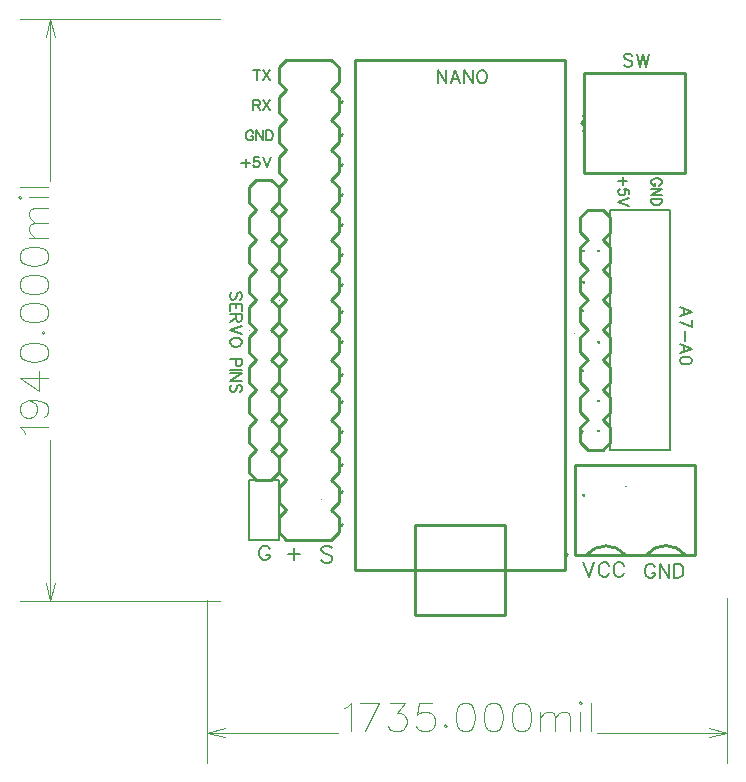
<source format=gto>
G04 Layer: TopSilkLayer*
G04 EasyEDA v6.3.22, 2020-01-09T12:31:20+05:30*
G04 bd4f618bde3a4eb5865f35d396bc4457,11778fa6cc0c40cc9ad434e143376f4a,10*
G04 Gerber Generator version 0.2*
G04 Scale: 100 percent, Rotated: No, Reflected: No *
G04 Dimensions in inches *
G04 leading zeros omitted , absolute positions ,2 integer and 4 decimal *
%FSLAX24Y24*%
%MOIN*%
G90*
G70D02*

%ADD10C,0.010000*%
%ADD21C,0.008000*%
%ADD22C,0.007992*%
%ADD23C,0.005000*%
%ADD24C,0.006000*%
%ADD25C,0.004000*%
%ADD26C,0.000100*%

%LPD*%
G54D10*
G01X1650Y14050D02*
G01X2150Y14050D01*
G01X1650Y5050D02*
G01X1400Y4800D01*
G01X1400Y4300D01*
G01X1650Y4050D01*
G01X2150Y5050D02*
G01X2400Y4800D01*
G01X2400Y4300D01*
G01X2150Y4050D01*
G01X1650Y4050D02*
G01X2150Y4050D01*
G01X1650Y14050D02*
G01X1400Y13800D01*
G01X1400Y13300D01*
G01X1650Y13050D01*
G01X2150Y14050D02*
G01X2400Y13800D01*
G01X2400Y13300D01*
G01X2150Y13050D01*
G01X1650Y13050D02*
G01X1400Y12800D01*
G01X1400Y12300D01*
G01X1650Y12050D01*
G01X2150Y13050D02*
G01X2400Y12800D01*
G01X2400Y12300D01*
G01X2150Y12050D01*
G01X1650Y12050D02*
G01X1400Y11800D01*
G01X1400Y11300D01*
G01X1650Y11050D01*
G01X2150Y12050D02*
G01X2400Y11800D01*
G01X2400Y11300D01*
G01X2150Y11050D01*
G01X1650Y11050D02*
G01X1400Y10800D01*
G01X1400Y10300D01*
G01X1650Y10050D01*
G01X2150Y11050D02*
G01X2400Y10800D01*
G01X2400Y10300D01*
G01X2150Y10050D01*
G01X1650Y10050D02*
G01X1400Y9800D01*
G01X1400Y9300D01*
G01X1650Y9050D01*
G01X2150Y10050D02*
G01X2400Y9800D01*
G01X2400Y9300D01*
G01X2150Y9050D01*
G01X1650Y9050D02*
G01X1400Y8800D01*
G01X1400Y8300D01*
G01X1650Y8050D01*
G01X2150Y9050D02*
G01X2400Y8800D01*
G01X2400Y8300D01*
G01X2150Y8050D01*
G01X1650Y8050D02*
G01X1400Y7800D01*
G01X1400Y7300D01*
G01X1650Y7050D01*
G01X2150Y8050D02*
G01X2400Y7800D01*
G01X2400Y7300D01*
G01X2150Y7050D01*
G01X1650Y7050D02*
G01X1400Y6800D01*
G01X1400Y6300D01*
G01X1650Y6050D01*
G01X2150Y7050D02*
G01X2400Y6800D01*
G01X2400Y6300D01*
G01X2150Y6050D01*
G01X1650Y6050D02*
G01X1400Y5800D01*
G01X1400Y5300D01*
G01X1650Y5050D01*
G01X2150Y6050D02*
G01X2400Y5800D01*
G01X2400Y5300D01*
G01X2150Y5050D01*
G01X12576Y17623D02*
G01X15923Y17623D01*
G01X15923Y14276D01*
G01X12576Y14276D01*
G01X12576Y17623D01*
G01X12700Y13049D02*
G01X13200Y13049D01*
G01X13200Y6050D02*
G01X13450Y5800D01*
G01X13450Y5300D01*
G01X13200Y5050D01*
G01X12700Y5050D02*
G01X13200Y5050D01*
G01X12700Y13050D02*
G01X12450Y12800D01*
G01X12450Y12300D01*
G01X12700Y12050D01*
G01X13200Y13050D02*
G01X13450Y12800D01*
G01X13450Y12300D01*
G01X13200Y12050D01*
G01X12700Y12050D02*
G01X12450Y11800D01*
G01X12450Y11300D01*
G01X12700Y11050D01*
G01X13200Y12050D02*
G01X13450Y11800D01*
G01X13450Y11300D01*
G01X13200Y11050D01*
G01X12700Y11050D02*
G01X12450Y10800D01*
G01X12450Y10300D01*
G01X12700Y10050D01*
G01X13200Y11050D02*
G01X13450Y10800D01*
G01X13450Y10300D01*
G01X13200Y10050D01*
G01X12700Y10050D02*
G01X12450Y9800D01*
G01X12450Y9300D01*
G01X12700Y9050D01*
G01X13200Y10050D02*
G01X13450Y9800D01*
G01X13450Y9300D01*
G01X13200Y9050D01*
G01X12700Y9050D02*
G01X12450Y8800D01*
G01X12450Y8300D01*
G01X12700Y8050D01*
G01X13200Y9050D02*
G01X13450Y8800D01*
G01X13450Y8300D01*
G01X13200Y8050D01*
G01X12700Y8050D02*
G01X12450Y7800D01*
G01X12450Y7300D01*
G01X12700Y7050D01*
G01X13200Y8050D02*
G01X13450Y7800D01*
G01X13450Y7300D01*
G01X13200Y7050D01*
G01X12700Y7050D02*
G01X12450Y6800D01*
G01X12450Y6300D01*
G01X12700Y6050D01*
G01X13200Y7050D02*
G01X13450Y6800D01*
G01X13450Y6300D01*
G01X13200Y6050D01*
G01X12700Y6050D02*
G01X12450Y5800D01*
G01X12450Y5300D01*
G01X12700Y5050D01*
G54D21*
G01X1400Y4050D02*
G01X2400Y4050D01*
G01X2400Y2050D01*
G01X1400Y2050D01*
G01X1400Y2800D01*
G54D22*
G01X1400Y4050D02*
G01X1400Y2800D01*
G54D10*
G01X12265Y4550D02*
G01X12265Y1550D01*
G01X12265Y1550D01*
G01X12265Y4550D02*
G01X16265Y4550D01*
G01X12265Y1550D02*
G01X16265Y1550D01*
G01X16265Y4550D02*
G01X16265Y1550D01*
G01X4950Y1050D02*
G01X11950Y1050D01*
G01X11950Y1050D02*
G01X11950Y18050D01*
G01X11950Y18050D02*
G01X4950Y18050D01*
G01X4950Y18050D02*
G01X4950Y1050D01*
G01X6950Y2550D02*
G01X6950Y-450D01*
G01X9950Y-450D01*
G01X9950Y2550D01*
G01X6950Y2550D01*
G54D21*
G01X13450Y13050D02*
G01X13450Y5050D01*
G01X15450Y5050D01*
G01X15450Y13050D01*
G01X13450Y13050D01*
G54D10*
G01X4150Y17050D02*
G01X4400Y17300D01*
G01X4400Y17800D01*
G01X4150Y18050D01*
G01X2650Y18050D02*
G01X4150Y18050D01*
G01X2650Y2050D02*
G01X4150Y2050D01*
G01X2650Y2050D02*
G01X2400Y2300D01*
G01X2400Y2800D01*
G01X2650Y3050D01*
G01X4150Y2050D02*
G01X4400Y2300D01*
G01X4400Y2800D01*
G01X4150Y3050D01*
G01X2650Y3050D02*
G01X2400Y3300D01*
G01X2400Y3800D01*
G01X2650Y4050D01*
G01X4150Y3050D02*
G01X4400Y3300D01*
G01X4400Y3800D01*
G01X4150Y4050D01*
G01X2650Y4050D02*
G01X2400Y4300D01*
G01X2400Y4800D01*
G01X2650Y5050D01*
G01X4150Y4050D02*
G01X4400Y4300D01*
G01X4400Y4800D01*
G01X4150Y5050D01*
G01X2650Y5050D02*
G01X2400Y5300D01*
G01X2400Y5800D01*
G01X2650Y6050D01*
G01X4150Y5050D02*
G01X4400Y5300D01*
G01X4400Y5800D01*
G01X4150Y6050D01*
G01X2650Y6050D02*
G01X2400Y6300D01*
G01X2400Y6800D01*
G01X2650Y7050D01*
G01X4150Y6050D02*
G01X4400Y6300D01*
G01X4400Y6800D01*
G01X4150Y7050D01*
G01X2650Y7050D02*
G01X2400Y7300D01*
G01X2400Y7800D01*
G01X2650Y8050D01*
G01X4150Y7050D02*
G01X4400Y7300D01*
G01X4400Y7800D01*
G01X4150Y8050D01*
G01X2650Y8050D02*
G01X2400Y8300D01*
G01X2400Y8800D01*
G01X2650Y9050D01*
G01X4150Y8050D02*
G01X4400Y8300D01*
G01X4400Y8800D01*
G01X4150Y9050D01*
G01X2650Y9050D02*
G01X2400Y9300D01*
G01X2400Y9800D01*
G01X2650Y10050D01*
G01X4150Y9050D02*
G01X4400Y9300D01*
G01X4400Y9800D01*
G01X4150Y10050D01*
G01X2650Y10050D02*
G01X2400Y10300D01*
G01X2400Y10800D01*
G01X2650Y11050D01*
G01X4150Y10050D02*
G01X4400Y10300D01*
G01X4400Y10800D01*
G01X4150Y11050D01*
G01X2650Y11050D02*
G01X2400Y11300D01*
G01X2400Y11800D01*
G01X2650Y12050D01*
G01X4150Y11050D02*
G01X4400Y11300D01*
G01X4400Y11800D01*
G01X4150Y12050D01*
G01X2650Y12050D02*
G01X2400Y12300D01*
G01X2400Y12800D01*
G01X2650Y13050D01*
G01X4150Y12050D02*
G01X4400Y12300D01*
G01X4400Y12800D01*
G01X4150Y13050D01*
G01X2650Y13050D02*
G01X2400Y13300D01*
G01X2400Y13800D01*
G01X2650Y14050D01*
G01X4150Y13050D02*
G01X4400Y13300D01*
G01X4400Y13800D01*
G01X4150Y14050D01*
G01X2650Y14050D02*
G01X2400Y14300D01*
G01X2400Y14800D01*
G01X2650Y15050D01*
G01X4150Y14050D02*
G01X4400Y14300D01*
G01X4400Y14800D01*
G01X4150Y15050D01*
G01X2650Y15050D02*
G01X2400Y15300D01*
G01X2400Y15800D01*
G01X2650Y16050D01*
G01X4150Y15050D02*
G01X4400Y15300D01*
G01X4400Y15800D01*
G01X4150Y16050D01*
G01X2650Y16050D02*
G01X2400Y16300D01*
G01X2400Y16800D01*
G01X2650Y17050D01*
G01X4150Y16050D02*
G01X4400Y16300D01*
G01X4400Y16800D01*
G01X4150Y17050D01*
G01X2650Y17050D02*
G01X2400Y17300D01*
G01X2400Y17800D01*
G01X2650Y18050D01*
G54D23*
G01X16153Y9655D02*
G01X15772Y9800D01*
G01X16153Y9655D02*
G01X15772Y9509D01*
G01X15898Y9744D02*
G01X15898Y9563D01*
G01X16153Y9134D02*
G01X15772Y9315D01*
G01X16153Y9388D02*
G01X16153Y9134D01*
G01X15935Y9015D02*
G01X15935Y8686D01*
G01X16153Y8421D02*
G01X15772Y8567D01*
G01X16153Y8421D02*
G01X15772Y8276D01*
G01X15898Y8513D02*
G01X15898Y8330D01*
G01X16153Y8046D02*
G01X16135Y8101D01*
G01X16081Y8138D01*
G01X15989Y8155D01*
G01X15935Y8155D01*
G01X15844Y8138D01*
G01X15789Y8101D01*
G01X15772Y8046D01*
G01X15772Y8011D01*
G01X15789Y7955D01*
G01X15844Y7919D01*
G01X15935Y7901D01*
G01X15989Y7901D01*
G01X16081Y7919D01*
G01X16135Y7955D01*
G01X16153Y8011D01*
G01X16153Y8046D01*
G54D24*
G01X14005Y14007D02*
G01X13718Y14007D01*
G01X13861Y14150D02*
G01X13861Y13863D01*
G01X14052Y13567D02*
G01X14052Y13726D01*
G01X13910Y13742D01*
G01X13926Y13726D01*
G01X13942Y13678D01*
G01X13942Y13630D01*
G01X13926Y13584D01*
G01X13893Y13551D01*
G01X13846Y13536D01*
G01X13814Y13536D01*
G01X13767Y13551D01*
G01X13735Y13584D01*
G01X13718Y13630D01*
G01X13718Y13678D01*
G01X13735Y13726D01*
G01X13751Y13742D01*
G01X13782Y13759D01*
G01X14052Y13430D02*
G01X13718Y13303D01*
G01X14052Y13176D02*
G01X13718Y13303D01*
G01X15073Y13861D02*
G01X15105Y13876D01*
G01X15136Y13909D01*
G01X15152Y13940D01*
G01X15152Y14005D01*
G01X15136Y14036D01*
G01X15105Y14067D01*
G01X15073Y14084D01*
G01X15026Y14100D01*
G01X14946Y14100D01*
G01X14898Y14084D01*
G01X14867Y14067D01*
G01X14835Y14036D01*
G01X14818Y14005D01*
G01X14818Y13940D01*
G01X14835Y13909D01*
G01X14867Y13876D01*
G01X14898Y13861D01*
G01X14946Y13861D01*
G01X14946Y13940D02*
G01X14946Y13861D01*
G01X15152Y13755D02*
G01X14818Y13755D01*
G01X15152Y13755D02*
G01X14818Y13534D01*
G01X15152Y13534D02*
G01X14818Y13534D01*
G01X15152Y13428D02*
G01X14818Y13428D01*
G01X15152Y13428D02*
G01X15152Y13317D01*
G01X15136Y13269D01*
G01X15105Y13238D01*
G01X15073Y13221D01*
G01X15026Y13205D01*
G01X14946Y13205D01*
G01X14898Y13221D01*
G01X14867Y13238D01*
G01X14835Y13269D01*
G01X14818Y13317D01*
G01X14818Y13428D01*
G01X14940Y1140D02*
G01X14918Y1186D01*
G01X14872Y1232D01*
G01X14827Y1255D01*
G01X14735Y1255D01*
G01X14690Y1232D01*
G01X14644Y1186D01*
G01X14622Y1140D01*
G01X14600Y1073D01*
G01X14600Y959D01*
G01X14622Y890D01*
G01X14644Y844D01*
G01X14690Y800D01*
G01X14735Y776D01*
G01X14827Y776D01*
G01X14872Y800D01*
G01X14918Y844D01*
G01X14940Y890D01*
G01X14940Y959D01*
G01X14827Y959D02*
G01X14940Y959D01*
G01X15090Y1255D02*
G01X15090Y776D01*
G01X15090Y1255D02*
G01X15409Y776D01*
G01X15409Y1255D02*
G01X15409Y776D01*
G01X15559Y1255D02*
G01X15559Y776D01*
G01X15559Y1255D02*
G01X15718Y1255D01*
G01X15785Y1232D01*
G01X15831Y1186D01*
G01X15855Y1140D01*
G01X15877Y1073D01*
G01X15877Y959D01*
G01X15855Y890D01*
G01X15831Y844D01*
G01X15785Y800D01*
G01X15718Y776D01*
G01X15559Y776D01*
G01X12550Y1305D02*
G01X12731Y826D01*
G01X12914Y1305D02*
G01X12731Y826D01*
G01X13405Y1190D02*
G01X13381Y1236D01*
G01X13335Y1282D01*
G01X13290Y1305D01*
G01X13200Y1305D01*
G01X13155Y1282D01*
G01X13109Y1236D01*
G01X13085Y1190D01*
G01X13064Y1123D01*
G01X13064Y1009D01*
G01X13085Y940D01*
G01X13109Y894D01*
G01X13155Y850D01*
G01X13200Y826D01*
G01X13290Y826D01*
G01X13335Y850D01*
G01X13381Y894D01*
G01X13405Y940D01*
G01X13894Y1190D02*
G01X13872Y1236D01*
G01X13827Y1282D01*
G01X13781Y1305D01*
G01X13690Y1305D01*
G01X13644Y1282D01*
G01X13600Y1236D01*
G01X13577Y1190D01*
G01X13555Y1123D01*
G01X13555Y1009D01*
G01X13577Y940D01*
G01X13600Y894D01*
G01X13644Y850D01*
G01X13690Y826D01*
G01X13781Y826D01*
G01X13827Y850D01*
G01X13872Y894D01*
G01X13894Y940D01*
G01X4181Y1773D02*
G01X4127Y1828D01*
G01X4044Y1855D01*
G01X3935Y1855D01*
G01X3855Y1828D01*
G01X3800Y1773D01*
G01X3800Y1719D01*
G01X3827Y1665D01*
G01X3855Y1636D01*
G01X3909Y1609D01*
G01X4072Y1555D01*
G01X4127Y1528D01*
G01X4155Y1501D01*
G01X4181Y1446D01*
G01X4181Y1365D01*
G01X4127Y1309D01*
G01X4044Y1282D01*
G01X3935Y1282D01*
G01X3855Y1309D01*
G01X3800Y1365D01*
G01X2905Y1786D02*
G01X2905Y1376D01*
G01X2700Y1582D02*
G01X3109Y1582D01*
G01X2090Y1740D02*
G01X2068Y1786D01*
G01X2022Y1832D01*
G01X1977Y1855D01*
G01X1885Y1855D01*
G01X1840Y1832D01*
G01X1794Y1786D01*
G01X1772Y1740D01*
G01X1750Y1673D01*
G01X1750Y1559D01*
G01X1772Y1490D01*
G01X1794Y1444D01*
G01X1840Y1400D01*
G01X1885Y1376D01*
G01X1977Y1376D01*
G01X2022Y1400D01*
G01X2068Y1444D01*
G01X2090Y1490D01*
G01X2090Y1559D01*
G01X1977Y1559D02*
G01X2090Y1559D01*
G01X1660Y17703D02*
G01X1660Y17369D01*
G01X1550Y17703D02*
G01X1772Y17703D01*
G01X1877Y17703D02*
G01X2100Y17369D01*
G01X2100Y17703D02*
G01X1877Y17369D01*
G01X1550Y16703D02*
G01X1550Y16369D01*
G01X1550Y16703D02*
G01X1693Y16703D01*
G01X1740Y16686D01*
G01X1756Y16671D01*
G01X1772Y16640D01*
G01X1772Y16607D01*
G01X1756Y16576D01*
G01X1740Y16559D01*
G01X1693Y16544D01*
G01X1550Y16544D01*
G01X1660Y16544D02*
G01X1772Y16369D01*
G01X1877Y16703D02*
G01X2100Y16369D01*
G01X2100Y16703D02*
G01X1877Y16369D01*
G54D23*
G01X1539Y15623D02*
G01X1522Y15655D01*
G01X1490Y15686D01*
G01X1459Y15703D01*
G01X1394Y15703D01*
G01X1364Y15686D01*
G01X1331Y15655D01*
G01X1315Y15623D01*
G01X1300Y15576D01*
G01X1300Y15496D01*
G01X1315Y15448D01*
G01X1331Y15417D01*
G01X1364Y15384D01*
G01X1394Y15369D01*
G01X1459Y15369D01*
G01X1490Y15384D01*
G01X1522Y15417D01*
G01X1539Y15448D01*
G01X1539Y15496D01*
G01X1459Y15496D02*
G01X1539Y15496D01*
G01X1643Y15703D02*
G01X1643Y15369D01*
G01X1643Y15703D02*
G01X1865Y15369D01*
G01X1865Y15703D02*
G01X1865Y15369D01*
G01X1971Y15703D02*
G01X1971Y15369D01*
G01X1971Y15703D02*
G01X2082Y15703D01*
G01X2130Y15686D01*
G01X2161Y15655D01*
G01X2177Y15623D01*
G01X2193Y15576D01*
G01X2193Y15496D01*
G01X2177Y15448D01*
G01X2161Y15417D01*
G01X2130Y15384D01*
G01X2082Y15369D01*
G01X1971Y15369D01*
G01X1293Y14755D02*
G01X1293Y14469D01*
G01X1150Y14611D02*
G01X1435Y14611D01*
G01X1731Y14803D02*
G01X1572Y14803D01*
G01X1556Y14659D01*
G01X1572Y14676D01*
G01X1621Y14692D01*
G01X1668Y14692D01*
G01X1715Y14676D01*
G01X1747Y14644D01*
G01X1764Y14596D01*
G01X1764Y14565D01*
G01X1747Y14517D01*
G01X1715Y14484D01*
G01X1668Y14469D01*
G01X1621Y14469D01*
G01X1572Y14484D01*
G01X1556Y14501D01*
G01X1540Y14532D01*
G01X1868Y14803D02*
G01X1996Y14469D01*
G01X2123Y14803D02*
G01X1996Y14469D01*
G01X1098Y10044D02*
G01X1135Y10082D01*
G01X1153Y10136D01*
G01X1153Y10209D01*
G01X1135Y10263D01*
G01X1098Y10300D01*
G01X1063Y10300D01*
G01X1026Y10282D01*
G01X1007Y10263D01*
G01X989Y10226D01*
G01X953Y10117D01*
G01X935Y10082D01*
G01X917Y10063D01*
G01X881Y10044D01*
G01X826Y10044D01*
G01X789Y10082D01*
G01X772Y10136D01*
G01X772Y10209D01*
G01X789Y10263D01*
G01X826Y10300D01*
G01X1153Y9925D02*
G01X772Y9925D01*
G01X1153Y9925D02*
G01X1153Y9688D01*
G01X972Y9925D02*
G01X972Y9780D01*
G01X772Y9925D02*
G01X772Y9688D01*
G01X1153Y9569D02*
G01X772Y9569D01*
G01X1153Y9569D02*
G01X1153Y9405D01*
G01X1135Y9351D01*
G01X1117Y9332D01*
G01X1081Y9315D01*
G01X1044Y9315D01*
G01X1007Y9332D01*
G01X989Y9351D01*
G01X972Y9405D01*
G01X972Y9569D01*
G01X972Y9442D02*
G01X772Y9315D01*
G01X1153Y9194D02*
G01X772Y9048D01*
G01X1153Y8903D02*
G01X772Y9048D01*
G01X1153Y8675D02*
G01X1135Y8711D01*
G01X1098Y8746D01*
G01X1063Y8765D01*
G01X1007Y8784D01*
G01X917Y8784D01*
G01X863Y8765D01*
G01X826Y8746D01*
G01X789Y8711D01*
G01X772Y8675D01*
G01X772Y8601D01*
G01X789Y8565D01*
G01X826Y8528D01*
G01X863Y8511D01*
G01X917Y8492D01*
G01X1007Y8492D01*
G01X1063Y8511D01*
G01X1098Y8528D01*
G01X1135Y8565D01*
G01X1153Y8601D01*
G01X1153Y8675D01*
G01X1153Y8092D02*
G01X772Y8092D01*
G01X1153Y8092D02*
G01X1153Y7928D01*
G01X1135Y7875D01*
G01X1117Y7855D01*
G01X1081Y7838D01*
G01X1026Y7838D01*
G01X989Y7855D01*
G01X972Y7875D01*
G01X953Y7928D01*
G01X953Y8092D01*
G01X1153Y7717D02*
G01X772Y7717D01*
G01X1153Y7598D02*
G01X772Y7598D01*
G01X1153Y7598D02*
G01X772Y7344D01*
G01X1153Y7344D02*
G01X772Y7344D01*
G01X1098Y6969D02*
G01X1135Y7005D01*
G01X1153Y7059D01*
G01X1153Y7132D01*
G01X1135Y7186D01*
G01X1098Y7223D01*
G01X1063Y7223D01*
G01X1026Y7205D01*
G01X1007Y7186D01*
G01X989Y7151D01*
G01X953Y7042D01*
G01X935Y7005D01*
G01X917Y6986D01*
G01X881Y6969D01*
G01X826Y6969D01*
G01X789Y7005D01*
G01X772Y7059D01*
G01X772Y7132D01*
G01X789Y7186D01*
G01X826Y7223D01*
G54D25*
G01X0Y-4380D02*
G01X4361Y-4380D01*
G01X12988Y-4380D02*
G01X17350Y-4380D01*
G01X600Y-4530D02*
G01X0Y-4380D01*
G01X600Y-4230D01*
G01X16750Y-4530D02*
G01X17350Y-4380D01*
G01X16750Y-4230D01*
G01X4560Y-3553D02*
G01X4652Y-3507D01*
G01X4789Y-3371D01*
G01X4789Y-4326D01*
G01X5725Y-3371D02*
G01X5269Y-4326D01*
G01X5089Y-3371D02*
G01X5725Y-3371D01*
G01X6115Y-3371D02*
G01X6615Y-3371D01*
G01X6343Y-3734D01*
G01X6480Y-3734D01*
G01X6569Y-3780D01*
G01X6615Y-3826D01*
G01X6660Y-3963D01*
G01X6660Y-4053D01*
G01X6615Y-4190D01*
G01X6525Y-4280D01*
G01X6389Y-4326D01*
G01X6252Y-4326D01*
G01X6115Y-4280D01*
G01X6069Y-4234D01*
G01X6025Y-4144D01*
G01X7506Y-3371D02*
G01X7052Y-3371D01*
G01X7006Y-3780D01*
G01X7052Y-3734D01*
G01X7189Y-3690D01*
G01X7325Y-3690D01*
G01X7460Y-3734D01*
G01X7552Y-3826D01*
G01X7597Y-3963D01*
G01X7597Y-4053D01*
G01X7552Y-4190D01*
G01X7460Y-4280D01*
G01X7325Y-4326D01*
G01X7189Y-4326D01*
G01X7052Y-4280D01*
G01X7006Y-4234D01*
G01X6960Y-4144D01*
G01X7943Y-4098D02*
G01X7897Y-4144D01*
G01X7943Y-4190D01*
G01X7989Y-4144D01*
G01X7943Y-4098D01*
G01X8560Y-3371D02*
G01X8425Y-3417D01*
G01X8334Y-3553D01*
G01X8289Y-3780D01*
G01X8289Y-3917D01*
G01X8334Y-4144D01*
G01X8425Y-4280D01*
G01X8560Y-4326D01*
G01X8652Y-4326D01*
G01X8789Y-4280D01*
G01X8880Y-4144D01*
G01X8925Y-3917D01*
G01X8925Y-3780D01*
G01X8880Y-3553D01*
G01X8789Y-3417D01*
G01X8652Y-3371D01*
G01X8560Y-3371D01*
G01X9497Y-3371D02*
G01X9360Y-3417D01*
G01X9269Y-3553D01*
G01X9225Y-3780D01*
G01X9225Y-3917D01*
G01X9269Y-4144D01*
G01X9360Y-4280D01*
G01X9497Y-4326D01*
G01X9589Y-4326D01*
G01X9725Y-4280D01*
G01X9815Y-4144D01*
G01X9860Y-3917D01*
G01X9860Y-3780D01*
G01X9815Y-3553D01*
G01X9725Y-3417D01*
G01X9589Y-3371D01*
G01X9497Y-3371D01*
G01X10434Y-3371D02*
G01X10297Y-3417D01*
G01X10206Y-3553D01*
G01X10160Y-3780D01*
G01X10160Y-3917D01*
G01X10206Y-4144D01*
G01X10297Y-4280D01*
G01X10434Y-4326D01*
G01X10525Y-4326D01*
G01X10660Y-4280D01*
G01X10752Y-4144D01*
G01X10797Y-3917D01*
G01X10797Y-3780D01*
G01X10752Y-3553D01*
G01X10660Y-3417D01*
G01X10525Y-3371D01*
G01X10434Y-3371D01*
G01X11097Y-3690D02*
G01X11097Y-4326D01*
G01X11097Y-3871D02*
G01X11234Y-3734D01*
G01X11325Y-3690D01*
G01X11460Y-3690D01*
G01X11552Y-3734D01*
G01X11597Y-3871D01*
G01X11597Y-4326D01*
G01X11597Y-3871D02*
G01X11734Y-3734D01*
G01X11825Y-3690D01*
G01X11960Y-3690D01*
G01X12052Y-3734D01*
G01X12097Y-3871D01*
G01X12097Y-4326D01*
G01X12397Y-3371D02*
G01X12443Y-3417D01*
G01X12489Y-3371D01*
G01X12443Y-3326D01*
G01X12397Y-3371D01*
G01X12443Y-3690D02*
G01X12443Y-4326D01*
G01X12789Y-3371D02*
G01X12789Y-4326D01*
G01X0Y50D02*
G01X0Y-5380D01*
G01X17350Y100D02*
G01X17350Y-5380D01*
G01X-5231Y19400D02*
G01X-5231Y14013D01*
G01X-5231Y5386D02*
G01X-5231Y0D01*
G01X-5381Y18800D02*
G01X-5231Y19400D01*
G01X-5081Y18800D01*
G01X-5381Y600D02*
G01X-5231Y0D01*
G01X-5081Y600D01*
G01X-6059Y5586D02*
G01X-6104Y5676D01*
G01X-6240Y5813D01*
G01X-5286Y5813D01*
G01X-5922Y6705D02*
G01X-5786Y6659D01*
G01X-5695Y6567D01*
G01X-5650Y6432D01*
G01X-5650Y6386D01*
G01X-5695Y6250D01*
G01X-5786Y6159D01*
G01X-5922Y6113D01*
G01X-5968Y6113D01*
G01X-6104Y6159D01*
G01X-6195Y6250D01*
G01X-6240Y6386D01*
G01X-6240Y6432D01*
G01X-6195Y6567D01*
G01X-6104Y6659D01*
G01X-5922Y6705D01*
G01X-5695Y6705D01*
G01X-5468Y6659D01*
G01X-5331Y6567D01*
G01X-5286Y6432D01*
G01X-5286Y6340D01*
G01X-5331Y6205D01*
G01X-5422Y6159D01*
G01X-6240Y7459D02*
G01X-5604Y7005D01*
G01X-5604Y7686D01*
G01X-6240Y7459D02*
G01X-5286Y7459D01*
G01X-6240Y8259D02*
G01X-6195Y8123D01*
G01X-6059Y8032D01*
G01X-5831Y7986D01*
G01X-5695Y7986D01*
G01X-5468Y8032D01*
G01X-5331Y8123D01*
G01X-5286Y8259D01*
G01X-5286Y8350D01*
G01X-5331Y8486D01*
G01X-5468Y8576D01*
G01X-5695Y8623D01*
G01X-5831Y8623D01*
G01X-6059Y8576D01*
G01X-6195Y8486D01*
G01X-6240Y8350D01*
G01X-6240Y8259D01*
G01X-5513Y8967D02*
G01X-5468Y8923D01*
G01X-5422Y8967D01*
G01X-5468Y9013D01*
G01X-5513Y8967D01*
G01X-6240Y9586D02*
G01X-6195Y9450D01*
G01X-6059Y9359D01*
G01X-5831Y9313D01*
G01X-5695Y9313D01*
G01X-5468Y9359D01*
G01X-5331Y9450D01*
G01X-5286Y9586D01*
G01X-5286Y9676D01*
G01X-5331Y9813D01*
G01X-5468Y9905D01*
G01X-5695Y9950D01*
G01X-5831Y9950D01*
G01X-6059Y9905D01*
G01X-6195Y9813D01*
G01X-6240Y9676D01*
G01X-6240Y9586D01*
G01X-6240Y10523D02*
G01X-6195Y10386D01*
G01X-6059Y10294D01*
G01X-5831Y10250D01*
G01X-5695Y10250D01*
G01X-5468Y10294D01*
G01X-5331Y10386D01*
G01X-5286Y10523D01*
G01X-5286Y10613D01*
G01X-5331Y10750D01*
G01X-5468Y10840D01*
G01X-5695Y10886D01*
G01X-5831Y10886D01*
G01X-6059Y10840D01*
G01X-6195Y10750D01*
G01X-6240Y10613D01*
G01X-6240Y10523D01*
G01X-6240Y11459D02*
G01X-6195Y11323D01*
G01X-6059Y11232D01*
G01X-5831Y11186D01*
G01X-5695Y11186D01*
G01X-5468Y11232D01*
G01X-5331Y11323D01*
G01X-5286Y11459D01*
G01X-5286Y11550D01*
G01X-5331Y11686D01*
G01X-5468Y11776D01*
G01X-5695Y11823D01*
G01X-5831Y11823D01*
G01X-6059Y11776D01*
G01X-6195Y11686D01*
G01X-6240Y11550D01*
G01X-6240Y11459D01*
G01X-5922Y12123D02*
G01X-5286Y12123D01*
G01X-5740Y12123D02*
G01X-5877Y12259D01*
G01X-5922Y12350D01*
G01X-5922Y12486D01*
G01X-5877Y12576D01*
G01X-5740Y12623D01*
G01X-5286Y12623D01*
G01X-5740Y12623D02*
G01X-5877Y12759D01*
G01X-5922Y12850D01*
G01X-5922Y12986D01*
G01X-5877Y13076D01*
G01X-5740Y13123D01*
G01X-5286Y13123D01*
G01X-6240Y13423D02*
G01X-6195Y13467D01*
G01X-6240Y13513D01*
G01X-6286Y13467D01*
G01X-6240Y13423D01*
G01X-5922Y13467D02*
G01X-5286Y13467D01*
G01X-6240Y13813D02*
G01X-5286Y13813D01*
G01X450Y19400D02*
G01X-6231Y19400D01*
G01X450Y0D02*
G01X-6231Y0D01*
G54D26*
G01X1398Y9050D02*
G01X1400Y9050D01*
G01X1398Y9051D02*
G01X1400Y9051D01*
G01X1398Y9050D02*
G01X1398Y9051D01*
G01X1398Y9051D02*
G01X1398Y9051D01*
G01X1398Y9051D01*
G01X1400Y9051D01*
G54D24*
G01X14185Y18192D02*
G01X14144Y18234D01*
G01X14084Y18253D01*
G01X14002Y18253D01*
G01X13940Y18234D01*
G01X13900Y18192D01*
G01X13900Y18152D01*
G01X13919Y18111D01*
G01X13940Y18090D01*
G01X13981Y18069D01*
G01X14105Y18028D01*
G01X14144Y18009D01*
G01X14165Y17988D01*
G01X14185Y17946D01*
G01X14185Y17886D01*
G01X14144Y17844D01*
G01X14084Y17825D01*
G01X14002Y17825D01*
G01X13940Y17844D01*
G01X13900Y17886D01*
G01X14321Y18253D02*
G01X14423Y17825D01*
G01X14526Y18253D02*
G01X14423Y17825D01*
G01X14526Y18253D02*
G01X14627Y17825D01*
G01X14730Y18253D02*
G01X14627Y17825D01*
G54D26*
G01X12248Y8950D02*
G01X12250Y8950D01*
G01X12248Y8951D02*
G01X12250Y8951D01*
G01X12248Y8950D02*
G01X12248Y8951D01*
G01X12248Y8951D02*
G01X12248Y8951D01*
G01X12248Y8951D01*
G01X12248Y8951D01*
G01X12248Y8951D01*
G01X12248Y8951D01*
G01X12248Y8951D01*
G01X12248Y8951D01*
G01X12250Y8951D01*
G01X12250Y8951D01*
G01X12250Y8951D01*
G01X12250Y8951D01*
G01X12250Y8951D01*
G01X12250Y8951D01*
G01X12250Y8951D01*
G01X12250Y8951D01*
G01X12250Y8951D01*
G01X3800Y3398D02*
G01X3800Y3400D01*
G01X3798Y3398D02*
G01X3798Y3400D01*
G01X3800Y3398D02*
G01X3798Y3398D01*
G01X3798Y3398D02*
G01X3798Y3398D01*
G01X3798Y3398D01*
G01X3798Y3398D01*
G01X3798Y3398D01*
G01X3798Y3398D01*
G01X3798Y3398D01*
G01X3798Y3398D01*
G01X3797Y3398D01*
G01X3797Y3398D01*
G01X3798Y3398D01*
G01X3798Y3398D01*
G01X3798Y3400D01*
G01X3797Y3400D01*
G01X13950Y3851D02*
G01X13950Y3850D01*
G01X13950Y3851D02*
G01X13950Y3851D01*
G01X13951Y3851D01*
G01X13951Y3851D01*
G01X13951Y3851D01*
G01X13951Y3851D01*
G01X13951Y3851D01*
G01X13951Y3851D01*
G01X13950Y3851D01*
G01X13950Y3851D01*
G01X13951Y3851D02*
G01X13951Y3851D01*
G01X13951Y3851D01*
G01X13951Y3851D01*
G01X13951Y3851D01*
G01X13951Y3851D01*
G01X13951Y3851D01*
G01X13951Y3851D01*
G01X13952Y3851D01*
G01X13952Y3851D01*
G01X13951Y3851D01*
G01X13951Y3851D01*
G01X13951Y3850D01*
G01X13952Y3850D01*
G54D24*
G01X7700Y17703D02*
G01X7700Y17275D01*
G01X7700Y17703D02*
G01X7985Y17275D01*
G01X7985Y17703D02*
G01X7985Y17275D01*
G01X8285Y17703D02*
G01X8121Y17275D01*
G01X8285Y17703D02*
G01X8448Y17275D01*
G01X8182Y17417D02*
G01X8386Y17417D01*
G01X8584Y17703D02*
G01X8584Y17275D01*
G01X8584Y17703D02*
G01X8869Y17275D01*
G01X8869Y17703D02*
G01X8869Y17275D01*
G01X9127Y17703D02*
G01X9086Y17684D01*
G01X9046Y17642D01*
G01X9025Y17602D01*
G01X9005Y17540D01*
G01X9005Y17438D01*
G01X9025Y17377D01*
G01X9046Y17336D01*
G01X9086Y17294D01*
G01X9127Y17275D01*
G01X9210Y17275D01*
G01X9250Y17294D01*
G01X9290Y17336D01*
G01X9311Y17377D01*
G01X9331Y17438D01*
G01X9331Y17540D01*
G01X9311Y17602D01*
G01X9290Y17642D01*
G01X9250Y17684D01*
G01X9210Y17703D01*
G01X9127Y17703D01*
G54D21*
G01X4518Y16663D02*
G01X4500Y16644D01*
G01X4518Y16626D01*
G01X4535Y16644D01*
G01X4518Y16663D01*
G01X12518Y16013D02*
G01X12500Y15994D01*
G01X12518Y15976D01*
G01X12535Y15994D01*
G01X12518Y16013D01*
G01X12618Y14313D02*
G01X12600Y14294D01*
G01X12618Y14276D01*
G01X12635Y14294D01*
G01X12618Y14313D01*
G01X4518Y2563D02*
G01X4500Y2544D01*
G01X4518Y2526D01*
G01X4535Y2544D01*
G01X4518Y2563D01*
G01X12568Y16213D02*
G01X12550Y16194D01*
G01X12568Y16176D01*
G01X12585Y16194D01*
G01X12568Y16213D01*
G01X12018Y1563D02*
G01X12000Y1544D01*
G01X12018Y1526D01*
G01X12035Y1544D01*
G01X12018Y1563D01*
G01X4518Y13563D02*
G01X4500Y13544D01*
G01X4518Y13526D01*
G01X4535Y13544D01*
G01X4518Y13563D01*
G01X4518Y15563D02*
G01X4500Y15544D01*
G01X4518Y15526D01*
G01X4535Y15544D01*
G01X4518Y15563D01*
G01X4518Y14563D02*
G01X4500Y14544D01*
G01X4518Y14526D01*
G01X4535Y14544D01*
G01X4518Y14563D01*
G01X4518Y12563D02*
G01X4500Y12544D01*
G01X4518Y12526D01*
G01X4535Y12544D01*
G01X4518Y12563D01*
G01X4518Y11563D02*
G01X4500Y11544D01*
G01X4518Y11526D01*
G01X4535Y11544D01*
G01X4518Y11563D01*
G01X4518Y10563D02*
G01X4500Y10544D01*
G01X4518Y10526D01*
G01X4535Y10544D01*
G01X4518Y10563D01*
G01X4518Y9663D02*
G01X4500Y9644D01*
G01X4518Y9626D01*
G01X4535Y9644D01*
G01X4518Y9663D01*
G01X4518Y8663D02*
G01X4500Y8644D01*
G01X4518Y8626D01*
G01X4535Y8644D01*
G01X4518Y8663D01*
G01X4518Y7563D02*
G01X4500Y7544D01*
G01X4518Y7526D01*
G01X4535Y7544D01*
G01X4518Y7563D01*
G01X4518Y6663D02*
G01X4500Y6644D01*
G01X4518Y6626D01*
G01X4535Y6644D01*
G01X4518Y6663D01*
G01X4518Y5663D02*
G01X4500Y5644D01*
G01X4518Y5626D01*
G01X4535Y5644D01*
G01X4518Y5663D01*
G01X4518Y4563D02*
G01X4500Y4544D01*
G01X4518Y4526D01*
G01X4535Y4544D01*
G01X4518Y4563D01*
G01X4518Y3663D02*
G01X4500Y3644D01*
G01X4518Y3626D01*
G01X4535Y3644D01*
G01X4518Y3663D01*
G01X12568Y3563D02*
G01X12550Y3544D01*
G01X12568Y3526D01*
G01X12585Y3544D01*
G01X12568Y3563D01*
G01X13068Y5713D02*
G01X13050Y5694D01*
G01X13068Y5676D01*
G01X13085Y5694D01*
G01X13068Y5713D01*
G01X12518Y5663D02*
G01X12500Y5644D01*
G01X12518Y5626D01*
G01X12535Y5644D01*
G01X12518Y5663D01*
G01X13068Y6713D02*
G01X13050Y6694D01*
G01X13068Y6676D01*
G01X13085Y6694D01*
G01X13068Y6713D01*
G01X12518Y7713D02*
G01X12500Y7694D01*
G01X12518Y7676D01*
G01X12535Y7694D01*
G01X12518Y7713D01*
G01X13068Y8663D02*
G01X13050Y8644D01*
G01X13068Y8626D01*
G01X13085Y8644D01*
G01X13068Y8663D01*
G01X12518Y9713D02*
G01X12500Y9694D01*
G01X12518Y9676D01*
G01X12535Y9694D01*
G01X12518Y9713D01*
G01X12568Y10663D02*
G01X12550Y10644D01*
G01X12568Y10626D01*
G01X12585Y10644D01*
G01X12568Y10663D01*
G01X12568Y11713D02*
G01X12550Y11694D01*
G01X12568Y11676D01*
G01X12585Y11694D01*
G01X12568Y11713D01*
G01X13068Y11713D02*
G01X13050Y11694D01*
G01X13068Y11676D01*
G01X13085Y11694D01*
G01X13068Y11713D01*
G01X12568Y15713D02*
G01X12550Y15694D01*
G01X12568Y15676D01*
G01X12585Y15694D01*
G01X12568Y15713D01*
G54D26*
G01X2398Y10050D02*
G01X2400Y10050D01*
G01X2398Y10051D02*
G01X2400Y10051D01*
G01X2398Y10050D02*
G01X2398Y10051D01*
G01X2398Y10051D02*
G01X2400Y10051D01*
G01X2398Y10051D02*
G01X2398Y10051D01*
G54D10*
G75*
G01X12547Y15881D02*
G02X12547Y16000I1J60D01*
G01*
G75*
G01X12650Y1550D02*
G02X13950Y1550I650J-554D01*
G01*
G75*
G01X14650Y1550D02*
G02X15950Y1550I650J-526D01*
G01*
M00*
M02*

</source>
